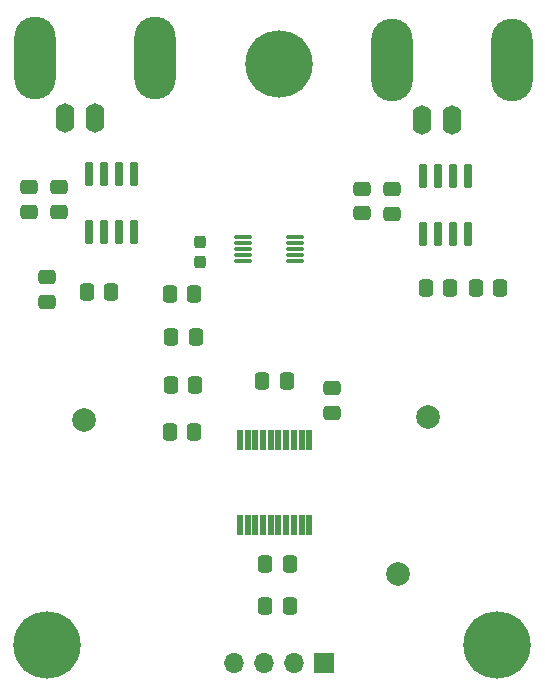
<source format=gbr>
%TF.GenerationSoftware,KiCad,Pcbnew,(6.0.11)*%
%TF.CreationDate,2023-05-27T13:57:12+02:00*%
%TF.ProjectId,Orp-pH Board,4f72702d-7048-4204-926f-6172642e6b69,V1.0*%
%TF.SameCoordinates,Original*%
%TF.FileFunction,Soldermask,Top*%
%TF.FilePolarity,Negative*%
%FSLAX46Y46*%
G04 Gerber Fmt 4.6, Leading zero omitted, Abs format (unit mm)*
G04 Created by KiCad (PCBNEW (6.0.11)) date 2023-05-27 13:57:12*
%MOMM*%
%LPD*%
G01*
G04 APERTURE LIST*
G04 Aperture macros list*
%AMRoundRect*
0 Rectangle with rounded corners*
0 $1 Rounding radius*
0 $2 $3 $4 $5 $6 $7 $8 $9 X,Y pos of 4 corners*
0 Add a 4 corners polygon primitive as box body*
4,1,4,$2,$3,$4,$5,$6,$7,$8,$9,$2,$3,0*
0 Add four circle primitives for the rounded corners*
1,1,$1+$1,$2,$3*
1,1,$1+$1,$4,$5*
1,1,$1+$1,$6,$7*
1,1,$1+$1,$8,$9*
0 Add four rect primitives between the rounded corners*
20,1,$1+$1,$2,$3,$4,$5,0*
20,1,$1+$1,$4,$5,$6,$7,0*
20,1,$1+$1,$6,$7,$8,$9,0*
20,1,$1+$1,$8,$9,$2,$3,0*%
G04 Aperture macros list end*
%ADD10RoundRect,0.250000X0.475000X-0.337500X0.475000X0.337500X-0.475000X0.337500X-0.475000X-0.337500X0*%
%ADD11O,1.600000X2.500000*%
%ADD12O,3.500000X7.000000*%
%ADD13C,5.700000*%
%ADD14C,3.600000*%
%ADD15RoundRect,0.042000X-0.258000X0.943000X-0.258000X-0.943000X0.258000X-0.943000X0.258000X0.943000X0*%
%ADD16RoundRect,0.250000X0.337500X0.475000X-0.337500X0.475000X-0.337500X-0.475000X0.337500X-0.475000X0*%
%ADD17RoundRect,0.075000X0.650000X0.075000X-0.650000X0.075000X-0.650000X-0.075000X0.650000X-0.075000X0*%
%ADD18RoundRect,0.250000X-0.337500X-0.475000X0.337500X-0.475000X0.337500X0.475000X-0.337500X0.475000X0*%
%ADD19C,2.000000*%
%ADD20RoundRect,0.237500X0.237500X-0.300000X0.237500X0.300000X-0.237500X0.300000X-0.237500X-0.300000X0*%
%ADD21R,0.475200X1.702000*%
%ADD22R,1.700000X1.700000*%
%ADD23O,1.700000X1.700000*%
%ADD24RoundRect,0.250000X-0.475000X0.337500X-0.475000X-0.337500X0.475000X-0.337500X0.475000X0.337500X0*%
G04 APERTURE END LIST*
D10*
%TO.C,R6*%
X114046000Y-104320000D03*
X114046000Y-102245000D03*
%TD*%
%TO.C,R10*%
X113030000Y-111908500D03*
X113030000Y-109833500D03*
%TD*%
D11*
%TO.C,J1*%
X147320000Y-96520000D03*
D12*
X152400000Y-91440000D03*
X142240000Y-91440000D03*
D11*
X144780000Y-96520000D03*
%TD*%
D13*
%TO.C,REF2*%
X113030000Y-140970000D03*
D14*
X113030000Y-140970000D03*
%TD*%
D10*
%TO.C,R22*%
X137160000Y-121306500D03*
X137160000Y-119231500D03*
%TD*%
D13*
%TO.C,REF1*%
X132715000Y-91821000D03*
D14*
X132715000Y-91821000D03*
%TD*%
D15*
%TO.C,U1*%
X148717000Y-101289000D03*
X147447000Y-101289000D03*
X146177000Y-101289000D03*
X144907000Y-101289000D03*
X144907000Y-106229000D03*
X146177000Y-106229000D03*
X147447000Y-106229000D03*
X148717000Y-106229000D03*
%TD*%
D16*
%TO.C,R23*%
X133604000Y-134112000D03*
X131529000Y-134112000D03*
%TD*%
D17*
%TO.C,U3*%
X134026000Y-108442000D03*
X134026000Y-107942000D03*
X134026000Y-107442000D03*
X134026000Y-106942000D03*
X134026000Y-106442000D03*
X129626000Y-106442000D03*
X129626000Y-106942000D03*
X129626000Y-107442000D03*
X129626000Y-107942000D03*
X129626000Y-108442000D03*
%TD*%
D16*
%TO.C,R15*%
X125624500Y-118999000D03*
X123549500Y-118999000D03*
%TD*%
%TO.C,R17*%
X125520500Y-111252000D03*
X123445500Y-111252000D03*
%TD*%
D18*
%TO.C,R9*%
X149345000Y-110744000D03*
X151420000Y-110744000D03*
%TD*%
%TO.C,R21*%
X131275000Y-118618000D03*
X133350000Y-118618000D03*
%TD*%
D19*
%TO.C,TP2*%
X116205000Y-121920000D03*
%TD*%
D13*
%TO.C,REF3*%
X151130000Y-140970000D03*
D14*
X151130000Y-140970000D03*
%TD*%
D20*
%TO.C,C9*%
X126010500Y-108558500D03*
X126010500Y-106833500D03*
%TD*%
D16*
%TO.C,R16*%
X125542000Y-122936000D03*
X123467000Y-122936000D03*
%TD*%
D19*
%TO.C,TP1*%
X145288000Y-121679000D03*
%TD*%
D10*
%TO.C,R5*%
X142240000Y-104490500D03*
X142240000Y-102415500D03*
%TD*%
D16*
%TO.C,R24*%
X133604000Y-137668000D03*
X131529000Y-137668000D03*
%TD*%
D21*
%TO.C,U4*%
X129409000Y-130856900D03*
X130059000Y-130856900D03*
X130709000Y-130856900D03*
X131359000Y-130856900D03*
X132009000Y-130856900D03*
X132659000Y-130856900D03*
X133309000Y-130856900D03*
X133959000Y-130856900D03*
X134609000Y-130856900D03*
X135259000Y-130856900D03*
X135259000Y-123651100D03*
X134609000Y-123651100D03*
X133959000Y-123651100D03*
X133309000Y-123651100D03*
X132659000Y-123651100D03*
X132009000Y-123651100D03*
X131359000Y-123651100D03*
X130709000Y-123651100D03*
X130059000Y-123651100D03*
X129409000Y-123651100D03*
%TD*%
D16*
%TO.C,R7*%
X147214500Y-110744000D03*
X145139500Y-110744000D03*
%TD*%
D22*
%TO.C,J3*%
X136525000Y-142494000D03*
D23*
X133985000Y-142494000D03*
X131445000Y-142494000D03*
X128905000Y-142494000D03*
%TD*%
D18*
%TO.C,R8*%
X116416000Y-111125000D03*
X118491000Y-111125000D03*
%TD*%
D16*
%TO.C,R18*%
X125669000Y-114935000D03*
X123594000Y-114935000D03*
%TD*%
D11*
%TO.C,J2*%
X117138000Y-96330000D03*
D12*
X112058000Y-91250000D03*
X122218000Y-91250000D03*
D11*
X114598000Y-96330000D03*
%TD*%
D24*
%TO.C,R13*%
X111506000Y-102252000D03*
X111506000Y-104327000D03*
%TD*%
D15*
%TO.C,U2*%
X120396000Y-101105000D03*
X119126000Y-101105000D03*
X117856000Y-101105000D03*
X116586000Y-101105000D03*
X116586000Y-106045000D03*
X117856000Y-106045000D03*
X119126000Y-106045000D03*
X120396000Y-106045000D03*
%TD*%
D24*
%TO.C,R11*%
X139700000Y-102340500D03*
X139700000Y-104415500D03*
%TD*%
D19*
%TO.C,TP3*%
X142748000Y-135001000D03*
%TD*%
M02*

</source>
